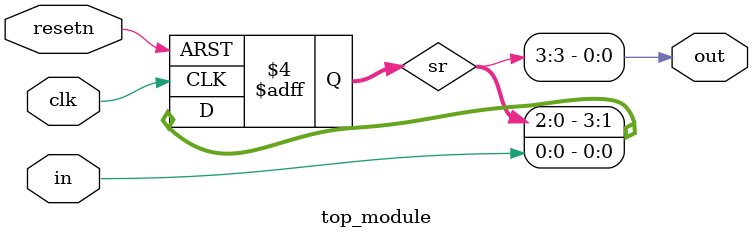
<source format=sv>
module top_module (
	input clk,
	input resetn,
	input in,
	output reg out
);
    reg [3:0] sr;

    always @(posedge clk or negedge resetn) begin
        if (!resetn)
            sr <= 4'b0000;
        else
            sr <= {sr[2:0], in};
    end

    always @(*) begin
        out = sr[3];
    end

endmodule

</source>
